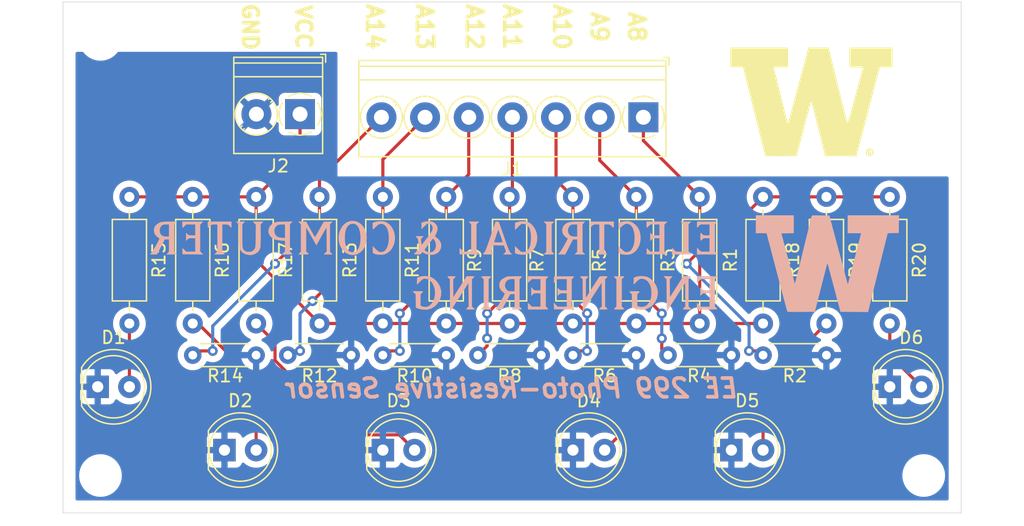
<source format=kicad_pcb>
(kicad_pcb (version 20211014) (generator pcbnew)
  (layers (0 "F.Cu" signal) (31 "B.Cu" signal) (34 "B.Paste" user) (35 "F.Paste" user) (36 "B.SilkS" user "B.Silkscreen") (37 "F.SilkS" user "F.Silkscreen") (38 "B.Mask" user) (39 "F.Mask" user) (44 "Edge.Cuts" user))
  (net 0 "")
  (net 1 "GND")
  (net 2 "Net-(D1-Pad2)")
  (net 3 "/A8")
  (net 4 "/A9")
  (net 5 "/A10")
  (net 6 "/A11")
  (net 7 "/A12")
  (net 8 "/A13")
  (net 9 "/A14")
  (net 10 "+5V")
  (net 11 "Net-(D2-Pad2)")
  (net 12 "Net-(D3-Pad2)")
  (net 13 "Net-(D4-Pad2)")
  (net 14 "Net-(D5-Pad2)")
  (net 15 "Net-(D6-Pad2)")
  (footprint "Resistor_THT:R_Axial_DIN0207_L6.3mm_D2.5mm_P10.16mm_Horizontal" (layer "F.Cu") (at 177.8 50.8 90)
    (fp_text reference "R7" (at 5.08 2.2 90) (layer "F.SilkS"))
    (fp_text value "10k")
    (pad "1" thru_hole circle (at 0 0 90) (size 1.6 1.6) (drill 0.8) (layers *.Cu *.Mask) (net 10 "+5V"))
    (pad "2" thru_hole oval (at 10.16 0 90) (size 1.6 1.6) (drill 0.8) (layers *.Cu *.Mask) (net 6 "/A11"))
  )
  (footprint "LED_THT:LED_D5.0mm" (layer "F.Cu") (at 167.64 60.96)
    (fp_text reference "D3" (at 1.27 -3.96) (layer "F.SilkS"))
    (fp_text value "LED")
    (pad "1" thru_hole rect (at 0 0) (size 1.8 1.8) (drill 0.9) (layers *.Cu *.Mask) (net 1 "GND"))
    (pad "2" thru_hole circle (at 2.54 0) (size 1.8 1.8) (drill 0.9) (layers *.Cu *.Mask) (net 12 "Net-(D3-Pad2)"))
  )
  (footprint "Resistor_THT:R_Axial_DIN0204_L3.6mm_D1.6mm_P5.08mm_Horizontal" (layer "F.Cu") (at 198.12 53.34)
    (fp_text reference "R2" (at 2.54 1.66) (layer "F.SilkS"))
    (fp_text value "R_PHOTO")
    (pad "1" thru_hole circle (at 0 0) (size 1.4 1.4) (drill 0.7) (layers *.Cu *.Mask) (net 3 "/A8"))
    (pad "2" thru_hole oval (at 5.08 0) (size 1.4 1.4) (drill 0.7) (layers *.Cu *.Mask) (net 1 "GND"))
  )
  (footprint "TerminalBlock_Phoenix:TerminalBlock_Phoenix_PT-1,5-2-3.5-H_1x02_P3.50mm_Horizontal" (layer "F.Cu") (at 161 34 180)
    (fp_text reference "J2" (at 1.75 -4.16) (layer "F.SilkS"))
    (fp_text value "Screw_Terminal_01x02")
    (pad "1" thru_hole rect (at 0 0 180) (size 2.4 2.4) (drill 1.2) (layers *.Cu *.Mask) (net 10 "+5V"))
    (pad "2" thru_hole circle (at 3.5 0 180) (size 2.4 2.4) (drill 1.2) (layers *.Cu *.Mask) (net 1 "GND"))
  )
  (footprint "Resistor_THT:R_Axial_DIN0204_L3.6mm_D1.6mm_P5.08mm_Horizontal" (layer "F.Cu") (at 160.02 53.34)
    (fp_text reference "R12" (at 2.54 1.66) (layer "F.SilkS"))
    (fp_text value "R_PHOTO")
    (pad "1" thru_hole circle (at 0 0) (size 1.4 1.4) (drill 0.7) (layers *.Cu *.Mask) (net 8 "/A13"))
    (pad "2" thru_hole oval (at 5.08 0) (size 1.4 1.4) (drill 0.7) (layers *.Cu *.Mask) (net 1 "GND"))
  )
  (footprint "Resistor_THT:R_Axial_DIN0207_L6.3mm_D2.5mm_P10.16mm_Horizontal" (layer "F.Cu") (at 193.04 50.8 90)
    (fp_text reference "R1" (at 5.08 2.46 90) (layer "F.SilkS"))
    (fp_text value "10k")
    (pad "1" thru_hole circle (at 0 0 90) (size 1.6 1.6) (drill 0.8) (layers *.Cu *.Mask) (net 10 "+5V"))
    (pad "2" thru_hole oval (at 10.16 0 90) (size 1.6 1.6) (drill 0.8) (layers *.Cu *.Mask) (net 3 "/A8"))
  )
  (footprint "Resistor_THT:R_Axial_DIN0207_L6.3mm_D2.5mm_P10.16mm_Horizontal" (layer "F.Cu") (at 203.2 40.64 -90)
    (fp_text reference "R19" (at 5.08 -2.37 90) (layer "F.SilkS"))
    (fp_text value "330")
    (pad "1" thru_hole circle (at 0 0 270) (size 1.6 1.6) (drill 0.8) (layers *.Cu *.Mask) (net 10 "+5V"))
    (pad "2" thru_hole oval (at 10.16 0 270) (size 1.6 1.6) (drill 0.8) (layers *.Cu *.Mask) (net 14 "Net-(D5-Pad2)"))
  )
  (footprint "LED_THT:LED_D5.0mm" (layer "F.Cu") (at 208.28 55.88)
    (fp_text reference "D6" (at 1.72 -3.96) (layer "F.SilkS"))
    (fp_text value "LED")
    (pad "1" thru_hole rect (at 0 0) (size 1.8 1.8) (drill 0.9) (layers *.Cu *.Mask) (net 1 "GND"))
    (pad "2" thru_hole circle (at 2.54 0) (size 1.8 1.8) (drill 0.9) (layers *.Cu *.Mask) (net 15 "Net-(D6-Pad2)"))
  )
  (footprint "Resistor_THT:R_Axial_DIN0207_L6.3mm_D2.5mm_P10.16mm_Horizontal" (layer "F.Cu") (at 182.88 50.8 90)
    (fp_text reference "R5" (at 5.08 2.12 90) (layer "F.SilkS"))
    (fp_text value "10k")
    (pad "1" thru_hole circle (at 0 0 90) (size 1.6 1.6) (drill 0.8) (layers *.Cu *.Mask) (net 10 "+5V"))
    (pad "2" thru_hole oval (at 10.16 0 90) (size 1.6 1.6) (drill 0.8) (layers *.Cu *.Mask) (net 5 "/A10"))
  )
  (footprint "Resistor_THT:R_Axial_DIN0207_L6.3mm_D2.5mm_P10.16mm_Horizontal" (layer "F.Cu") (at 152.4 40.64 -90)
    (fp_text reference "R16" (at 5.08 -2.37 90) (layer "F.SilkS"))
    (fp_text value "330")
    (pad "1" thru_hole circle (at 0 0 270) (size 1.6 1.6) (drill 0.8) (layers *.Cu *.Mask) (net 10 "+5V"))
    (pad "2" thru_hole oval (at 10.16 0 270) (size 1.6 1.6) (drill 0.8) (layers *.Cu *.Mask) (net 11 "Net-(D2-Pad2)"))
  )
  (footprint "LED_THT:LED_D5.0mm" (layer "F.Cu") (at 144.78 55.88)
    (fp_text reference "D1" (at 1.27 -3.96) (layer "F.SilkS"))
    (fp_text value "LED")
    (pad "1" thru_hole rect (at 0 0) (size 1.8 1.8) (drill 0.9) (layers *.Cu *.Mask) (net 1 "GND"))
    (pad "2" thru_hole circle (at 2.54 0) (size 1.8 1.8) (drill 0.9) (layers *.Cu *.Mask) (net 2 "Net-(D1-Pad2)"))
  )
  (footprint "Resistor_THT:R_Axial_DIN0207_L6.3mm_D2.5mm_P10.16mm_Horizontal" (layer "F.Cu") (at 157.48 40.64 -90)
    (fp_text reference "R17" (at 5.08 -2.37 90) (layer "F.SilkS"))
    (fp_text value "330")
    (pad "1" thru_hole circle (at 0 0 270) (size 1.6 1.6) (drill 0.8) (layers *.Cu *.Mask) (net 10 "+5V"))
    (pad "2" thru_hole oval (at 10.16 0 270) (size 1.6 1.6) (drill 0.8) (layers *.Cu *.Mask) (net 12 "Net-(D3-Pad2)"))
  )
  (footprint "TerminalBlock_Phoenix:TerminalBlock_Phoenix_PT-1,5-7-3.5-H_1x07_P3.50mm_Horizontal" (layer "F.Cu") (at 188.524374 34.252327 180)
    (fp_text reference "J1" (at 10.5 -4.16) (layer "F.SilkS"))
    (fp_text value "Screw_Terminal_01x07")
    (pad "1" thru_hole rect (at 0 0 180) (size 2.4 2.4) (drill 1.2) (layers *.Cu *.Mask) (net 3 "/A8"))
    (pad "2" thru_hole circle (at 3.5 0 180) (size 2.4 2.4) (drill 1.2) (layers *.Cu *.Mask) (net 4 "/A9"))
    (pad "3" thru_hole circle (at 7 0 180) (size 2.4 2.4) (drill 1.2) (layers *.Cu *.Mask) (net 5 "/A10"))
    (pad "4" thru_hole circle (at 10.5 0 180) (size 2.4 2.4) (drill 1.2) (layers *.Cu *.Mask) (net 6 "/A11"))
    (pad "5" thru_hole circle (at 14 0 180) (size 2.4 2.4) (drill 1.2) (layers *.Cu *.Mask) (net 7 "/A12"))
    (pad "6" thru_hole circle (at 17.5 0 180) (size 2.4 2.4) (drill 1.2) (layers *.Cu *.Mask) (net 8 "/A13"))
    (pad "7" thru_hole circle (at 21 0 180) (size 2.4 2.4) (drill 1.2) (layers *.Cu *.Mask) (net 9 "/A14"))
  )
  (footprint "Resistor_THT:R_Axial_DIN0207_L6.3mm_D2.5mm_P10.16mm_Horizontal" (layer "F.Cu") (at 167.64 50.8 90)
    (fp_text reference "R11" (at 5.08 2.36 90) (layer "F.SilkS"))
    (fp_text value "10k")
    (pad "1" thru_hole circle (at 0 0 90) (size 1.6 1.6) (drill 0.8) (layers *.Cu *.Mask) (net 10 "+5V"))
    (pad "2" thru_hole oval (at 10.16 0 90) (size 1.6 1.6) (drill 0.8) (layers *.Cu *.Mask) (net 8 "/A13"))
  )
  (footprint "LED_THT:LED_D5.0mm" (layer "F.Cu") (at 182.88 60.96)
    (fp_text reference "D4" (at 1.27 -3.96) (layer "F.SilkS"))
    (fp_text value "LED")
    (pad "1" thru_hole rect (at 0 0) (size 1.8 1.8) (drill 0.9) (layers *.Cu *.Mask) (net 1 "GND"))
    (pad "2" thru_hole circle (at 2.54 0) (size 1.8 1.8) (drill 0.9) (layers *.Cu *.Mask) (net 13 "Net-(D4-Pad2)"))
  )
  (footprint "LED_THT:LED_D5.0mm" (layer "F.Cu") (at 195.58 60.96)
    (fp_text reference "D5" (at 1.27 -3.96) (layer "F.SilkS"))
    (fp_text value "LED")
    (pad "1" thru_hole rect (at 0 0) (size 1.8 1.8) (drill 0.9) (layers *.Cu *.Mask) (net 1 "GND"))
    (pad "2" thru_hole circle (at 2.54 0) (size 1.8 1.8) (drill 0.9) (layers *.Cu *.Mask) (net 14 "Net-(D5-Pad2)"))
  )
  (footprint "MountingHole:MountingHole_2.1mm" (layer "F.Cu") (at 211 63)
    (fp_text reference "REF**" hide)
    (fp_text value "MountingHole_2.1mm")
    (pad "" np_thru_hole circle locked (at 0 0) (size 2.4 2.4) (drill 2.4) (layers F&B.Cu *.Mask))
  )
  (footprint "Resistor_THT:R_Axial_DIN0204_L3.6mm_D1.6mm_P5.08mm_Horizontal" (layer "F.Cu") (at 152.4 53.34)
    (fp_text reference "R14" (at 2.6 1.66) (layer "F.SilkS"))
    (fp_text value "R_PHOTO")
    (pad "1" thru_hole circle (at 0 0) (size 1.4 1.4) (drill 0.7) (layers *.Cu *.Mask) (net 9 "/A14"))
    (pad "2" thru_hole oval (at 5.08 0) (size 1.4 1.4) (drill 0.7) (layers *.Cu *.Mask) (net 1 "GND"))
  )
  (footprint "MountingHole:MountingHole_2.1mm" (layer "F.Cu") (at 145 28)
    (fp_text reference "REF**" hide)
    (fp_text value "MountingHole_2.1mm")
    (pad "" np_thru_hole circle locked (at 0 0) (size 2.4 2.4) (drill 2.4) (layers F&B.Cu *.Mask))
  )
  (footprint "Resistor_THT:R_Axial_DIN0207_L6.3mm_D2.5mm_P10.16mm_Horizontal" (layer "F.Cu") (at 198.12 40.64 -90)
    (fp_text reference "R18" (at 5.08 -2.37 90) (layer "F.SilkS"))
    (fp_text value "330")
    (pad "1" thru_hole circle (at 0 0 270) (size 1.6 1.6) (drill 0.8) (layers *.Cu *.Mask) (net 10 "+5V"))
    (pad "2" thru_hole oval (at 10.16 0 270) (size 1.6 1.6) (drill 0.8) (layers *.Cu *.Mask) (net 13 "Net-(D4-Pad2)"))
  )
  (footprint "Resistor_THT:R_Axial_DIN0204_L3.6mm_D1.6mm_P5.08mm_Horizontal" (layer "F.Cu") (at 175.26 53.34)
    (fp_text reference "R8" (at 2.54 1.66) (layer "F.SilkS"))
    (fp_text value "R_PHOTO")
    (pad "1" thru_hole circle (at 0 0) (size 1.4 1.4) (drill 0.7) (layers *.Cu *.Mask) (net 6 "/A11"))
    (pad "2" thru_hole oval (at 5.08 0) (size 1.4 1.4) (drill 0.7) (layers *.Cu *.Mask) (net 1 "GND"))
  )
  (footprint "Resistor_THT:R_Axial_DIN0204_L3.6mm_D1.6mm_P5.08mm_Horizontal" (layer "F.Cu") (at 182.88 53.34)
    (fp_text reference "R6" (at 2.54 1.66) (layer "F.SilkS"))
    (fp_text value "R_PHOTO")
    (pad "1" thru_hole circle (at 0 0) (size 1.4 1.4) (drill 0.7) (layers *.Cu *.Mask) (net 5 "/A10"))
    (pad "2" thru_hole oval (at 5.08 0) (size 1.4 1.4) (drill 0.7) (layers *.Cu *.Mask) (net 1 "GND"))
  )
  (footprint "Resistor_THT:R_Axial_DIN0207_L6.3mm_D2.5mm_P10.16mm_Horizontal" (layer "F.Cu") (at 172.72 50.8 90)
    (fp_text reference "R9" (at 5.08 2.28 90) (layer "F.SilkS"))
    (fp_text value "10k")
    (pad "1" thru_hole circle (at 0 0 90) (size 1.6 1.6) (drill 0.8) (layers *.Cu *.Mask) (net 10 "+5V"))
    (pad "2" thru_hole oval (at 10.16 0 90) (size 1.6 1.6) (drill 0.8) (layers *.Cu *.Mask) (net 7 "/A12"))
  )
  (footprint "Resistor_THT:R_Axial_DIN0207_L6.3mm_D2.5mm_P10.16mm_Horizontal" (layer "F.Cu") (at 208.28 40.64 -90)
    (fp_text reference "R20" (at 5.08 -2.37 90) (layer "F.SilkS"))
    (fp_text value "330")
    (pad "1" thru_hole circle (at 0 0 270) (size 1.6 1.6) (drill 0.8) (layers *.Cu *.Mask) (net 10 "+5V"))
    (pad "2" thru_hole oval (at 10.16 0 270) (size 1.6 1.6) (drill 0.8) (layers *.Cu *.Mask) (net 15 "Net-(D6-Pad2)"))
  )
  (footprint "MountingHole:MountingHole_2.1mm" (layer "F.Cu") (at 145 63)
    (fp_text reference "REF**" hide)
    (fp_text value "MountingHole_2.1mm")
    (pad "" np_thru_hole circle locked (at 0 0) (size 2.4 2.4) (drill 2.4) (layers F&B.Cu *.Mask))
  )
  (footprint "Resistor_THT:R_Axial_DIN0204_L3.6mm_D1.6mm_P5.08mm_Horizontal" (layer "F.Cu") (at 167.64 53.34)
    (fp_text reference "R10" (at 2.54 1.66) (layer "F.SilkS"))
    (fp_text value "R_PHOTO")
    (pad "1" thru_hole circle (at 0 0) (size 1.4 1.4) (drill 0.7) (layers *.Cu *.Mask) (net 7 "/A12"))
    (pad "2" thru_hole oval (at 5.08 0) (size 1.4 1.4) (drill 0.7) (layers *.Cu *.Mask) (net 1 "GND"))
  )
  (footprint "MountingHole:MountingHole_2.1mm" (layer "F.Cu") (at 211 28)
    (fp_text reference "REF**" hide)
    (fp_text value "MountingHole_2.1mm")
    (pad "" np_thru_hole circle locked (at 0 0) (size 2.4 2.4) (drill 2.4) (layers F&B.Cu *.Mask))
  )
  (footprint "LED_THT:LED_D5.0mm" (layer "F.Cu") (at 154.94 60.96)
    (fp_text reference "D2" (at 1.27 -3.96) (layer "F.SilkS"))
    (fp_text value "LED")
    (pad "1" thru_hole rect (at 0 0) (size 1.8 1.8) (drill 0.9) (layers *.Cu *.Mask) (net 1 "GND"))
    (pad "2" thru_hole circle (at 2.54 0) (size 1.8 1.8) (drill 0.9) (layers *.Cu *.Mask) (net 11 "Net-(D2-Pad2)"))
  )
  (footprint "Resistor_THT:R_Axial_DIN0207_L6.3mm_D2.5mm_P10.16mm_Horizontal" (layer "F.Cu") (at 187.96 50.8 90)
    (fp_text reference "R3" (at 5.08 2.54 90) (layer "F.SilkS"))
    (fp_text value "10k")
    (pad "1" thru_hole circle (at 0 0 90) (size 1.6 1.6) (drill 0.8) (layers *.Cu *.Mask) (net 10 "+5V"))
    (pad "2" thru_hole oval (at 10.16 0 90) (size 1.6 1.6) (drill 0.8) (layers *.Cu *.Mask) (net 4 "/A9"))
  )
  (footprint "Resistor_THT:R_Axial_DIN0207_L6.3mm_D2.5mm_P10.16mm_Horizontal" (layer "F.Cu") (at 147.32 40.64 -90)
    (fp_text reference "R15" (at 5.08 -2.37 90) (layer "F.SilkS"))
    (fp_text value "330")
    (pad "1" thru_hole circle (at 0 0 270) (size 1.6 1.6) (drill 0.8) (layers *.Cu *.Mask) (net 10 "+5V"))
    (pad "2" thru_hole oval (at 10.16 0 270) (size 1.6 1.6) (drill 0.8) (layers *.Cu *.Mask) (net 2 "Net-(D1-Pad2)"))
  )
  (footprint "Resistor_THT:R_Axial_DIN0207_L6.3mm_D2.5mm_P10.16mm_Horizontal" (layer "F.Cu") (at 162.56 50.8 90)
    (fp_text reference "R13" (at 5.08 2.44 90) (layer "F.SilkS"))
    (fp_text value "10k")
    (pad "1" thru_hole circle (at 0 0 90) (size 1.6 1.6) (drill 0.8) (layers *.Cu *.Mask) (net 10 "+5V"))
    (pad "2" thru_hole oval (at 10.16 0 90) (size 1.6 1.6) (drill 0.8) (layers *.Cu *.Mask) (net 9 "/A14"))
  )
  (footprint ".pretty:W_logo_black" (layer "F.Cu") (at 202 33)
    (fp_text reference "G***" hide)
    (fp_text value "LOGO" hide)
  )
  (footprint "Resistor_THT:R_Axial_DIN0204_L3.6mm_D1.6mm_P5.08mm_Horizontal" (layer "F.Cu") (at 190.5 53.34)
    (fp_text reference "R4" (at 2.5 1.66) (layer "F.SilkS"))
    (fp_text value "R_PHOTO")
    (pad "1" thru_hole circle (at 0 0) (size 1.4 1.4) (drill 0.7) (layers *.Cu *.Mask) (net 4 "/A9"))
    (pad "2" thru_hole oval (at 5.08 0) (size 1.4 1.4) (drill 0.7) (layers *.Cu *.Mask) (net 1 "GND"))
  )
  (footprint ".pretty:uwece_withoutuw" (layer "B.Cu") (at 179 46 180)
    (fp_text reference "G***" hide)
    (fp_text value "LOGO" hide)
  )
  (gr_line (start 142 66) (end 214 66) (layer "Edge.Cuts") (width 0.05))
  (gr_line (start 142 25) (end 142 66) (layer "Edge.Cuts") (width 0.05))
  (gr_line (start 214 66) (end 214 25) (layer "Edge.Cuts") (width 0.05))
  (gr_line (start 214 25) (end 142 25) (layer "Edge.Cuts") (width 0.05))
  (gr_text "EE 299 Photo-Resistive Sensor" (at 178 56) (layer "B.SilkS") (effects (font (size 1.5 1.5) (thickness 0.3) italic) (justify mirror)))
  (gr_text "VCC" (at 161.29 27 270) (layer "F.SilkS") (effects (font (size 1.2 1.2) (thickness 0.3))))
  (gr_text "GND" (at 157 27 270) (layer "F.SilkS") (effects (font (size 1.2 1.2) (thickness 0.3))))
  (gr_text "A9" (at 185 27 270) (layer "F.SilkS") (effects (font (size 1.3 1.3) (thickness 0.3))))
  (gr_text "A13" (at 171 27 270) (layer "F.SilkS") (effects (font (size 1.3 1.3) (thickness 0.3))))
  (gr_text "A10" (at 182 27 270) (layer "F.SilkS") (effects (font (size 1.3 1.3) (thickness 0.3))))
  (gr_text "A12" (at 175 27 270) (layer "F.SilkS") (effects (font (size 1.3 1.3) (thickness 0.3))))
  (gr_text "A11" (at 178 27 270) (layer "F.SilkS") (effects (font (size 1.3 1.3) (thickness 0.3))))
  (gr_text "A14" (at 167 27 270) (layer "F.SilkS") (effects (font (size 1.3 1.3) (thickness 0.3))))
  (gr_text "A8\n" (at 188 27 270) (layer "F.SilkS") (effects (font (size 1.3 1.3) (thickness 0.3))))
  (segment (start 147.32 50.8) (end 147.32 55.88) (width 0.25) (layer "F.Cu") (net 2))
  (segment (start 197 53) (end 197.78 53) (width 0.25) (layer "F.Cu") (net 3))
  (segment (start 193.04 40.64) (end 193.04 44.96) (width 0.25) (layer "F.Cu") (net 3))
  (segment (start 197.78 53) (end 198.12 53.34) (width 0.25) (layer "F.Cu") (net 3))
  (segment (start 188.524374 34.252327) (end 188.524374 36.124374) (width 0.25) (layer "F.Cu") (net 3))
  (segment (start 188.524374 36.124374) (end 193.04 40.64) (width 0.25) (layer "F.Cu") (net 3))
  (segment (start 193.04 44.96) (end 192 46) (width 0.25) (layer "F.Cu") (net 3))
  (via (at 192 46) (size 0.8) (drill 0.4) (layers "F.Cu" "B.Cu") (net 3))
  (via (at 197 53) (size 0.8) (drill 0.4) (layers "F.Cu" "B.Cu") (net 3))
  (segment (start 197 51) (end 197 53) (width 0.25) (layer "B.Cu") (net 3))
  (segment (start 192 46) (end 197 51) (width 0.25) (layer "B.Cu") (net 3))
  (segment (start 185.024374 37.704374) (end 187.96 40.64) (width 0.25) (layer "F.Cu") (net 4))
  (segment (start 187.96 47.96) (end 190 50) (width 0.25) (layer "F.Cu") (net 4))
  (segment (start 190 52) (end 190 52.84) (width 0.25) (layer "F.Cu") (net 4))
  (segment (start 185.024374 34.252327) (end 185.024374 37.704374) (width 0.25) (layer "F.Cu") (net 4))
  (segment (start 187.96 40.64) (end 187.96 47.96) (width 0.25) (layer "F.Cu") (net 4))
  (segment (start 190 52.84) (end 190.5 53.34) (width 0.25) (layer "F.Cu") (net 4))
  (via (at 190 52) (size 0.8) (drill 0.4) (layers "F.Cu" "B.Cu") (net 4))
  (via (at 190 50) (size 0.8) (drill 0.4) (layers "F.Cu" "B.Cu") (net 4))
  (segment (start 190 50) (end 190 52) (width 0.25) (layer "B.Cu") (net 4))
  (segment (start 182.88 48.847734) (end 184.018822 49.986556) (width 0.25) (layer "F.Cu") (net 5))
  (segment (start 181.524374 34.252327) (end 181.524374 39.284374) (width 0.25) (layer "F.Cu") (net 5))
  (segment (start 181.524374 39.284374) (end 182.88 40.64) (width 0.25) (layer "F.Cu") (net 5))
  (segment (start 182.88 40.64) (end 182.88 48.847734) (width 0.25) (layer "F.Cu") (net 5))
  (segment (start 184 53) (end 183.22 53) (width 0.25) (layer "F.Cu") (net 5))
  (segment (start 183.22 53) (end 182.88 53.34) (width 0.25) (layer "F.Cu") (net 5))
  (via (at 184 53) (size 0.8) (drill 0.4) (layers "F.Cu" "B.Cu") (net 5))
  (via (at 184.018822 49.986556) (size 0.8) (drill 0.4) (layers "F.Cu" "B.Cu") (net 5))
  (segment (start 184.018822 52.981178) (end 184 53) (width 0.25) (layer "B.Cu") (net 5))
  (segment (start 184.018822 49.986556) (end 184.018822 52.981178) (width 0.25) (layer "B.Cu") (net 5))
  (segment (start 176 52) (end 176 52.6) (width 0.25) (layer "F.Cu") (net 6))
  (segment (start 178.024374 34.252327) (end 178.024374 40.415626) (width 0.25) (layer "F.Cu") (net 6))
  (segment (start 176 52.6) (end 175.26 53.34) (width 0.25) (layer "F.Cu") (net 6))
  (segment (start 177.8 40.64) (end 177.8 48.2) (width 0.25) (layer "F.Cu") (net 6))
  (segment (start 178.024374 40.415626) (end 177.8 40.64) (width 0.25) (layer "F.Cu") (net 6))
  (segment (start 177.8 48.2) (end 176 50) (width 0.25) (layer "F.Cu") (net 6))
  (via (at 176 52) (size 0.8) (drill 0.4) (layers "F.Cu" "B.Cu") (net 6))
  (via (at 176 50) (size 0.8) (drill 0.4) (layers "F.Cu" "B.Cu") (net 6))
  (segment (start 176 50) (end 176 52) (width 0.25) (layer "B.Cu") (net 6))
  (segment (start 174.524374 34.252327) (end 174.524374 38.835626) (width 0.25) (layer "F.Cu") (net 7))
  (segment (start 169 53) (end 167.98 53) (width 0.25) (layer "F.Cu") (net 7))
  (segment (start 172.72 40.64) (end 172.72 46.28) (width 0.25) (layer "F.Cu") (net 7))
  (segment (start 174.524374 38.835626) (end 172.72 40.64) (width 0.25) (layer "F.Cu") (net 7))
  (segment (start 167.98 53) (end 167.64 53.34) (width 0.25) (layer "F.Cu") (net 7))
  (segment (start 172.72 46.28) (end 169 50) (width 0.25) (layer "F.Cu") (net 7))
  (via (at 169 50) (size 0.8) (drill 0.4) (layers "F.Cu" "B.Cu") (net 7))
  (via (at 169 53) (size 0.8) (drill 0.4) (layers "F.Cu" "B.Cu") (net 7))
  (segment (start 169 50) (end 169 53) (width 0.25) (layer "B.Cu") (net 7))
  (segment (start 167.64 43.36) (end 162 49) (width 0.25) (layer "F.Cu") (net 8))
  (segment (start 167.64 40.64) (end 167.64 43.36) (width 0.25) (layer "F.Cu") (net 8))
  (segment (start 167.64 37.636701) (end 167.64 40.64) (width 0.25) (layer "F.Cu") (net 8))
  (segment (start 160.36 53) (end 160.02 53.34) (width 0.25) (layer "F.Cu") (net 8))
  (segment (start 171.024374 34.252327) (end 167.64 37.636701) (width 0.25) (layer "F.Cu") (net 8))
  (segment (start 161 53) (end 160.36 53) (width 0.25) (layer "F.Cu") (net 8))
  (via (at 162 49) (size 0.8) (drill 0.4) (layers "F.Cu" "B.Cu") (net 8))
  (via (at 161 53) (size 0.8) (drill 0.4) (layers "F.Cu" "B.Cu") (net 8))
  (segment (start 162 49) (end 161 50) (width 0.25) (layer "B.Cu") (net 8))
  (segment (start 161 50) (end 161 53) (width 0.25) (layer "B.Cu") (net 8))
  (segment (start 167.524374 34.252327) (end 162.56 39.216701) (width 0.25) (layer "F.Cu") (net 9))
  (segment (start 162.56 42.44) (end 159 46) (width 0.25) (layer "F.Cu") (net 9))
  (segment (start 154 53) (end 152.74 53) (width 0.25) (layer "F.Cu") (net 9))
  (segment (start 162.56 40.64) (end 162.56 42.44) (width 0.25) (layer "F.Cu") (net 9))
  (segment (start 152.74 53) (end 152.4 53.34) (width 0.25) (layer "F.Cu") (net 9))
  (segment (start 162.56 39.216701) (end 162.56 40.64) (width 0.25) (layer "F.Cu") (net 9))
  (via (at 159 46) (size 0.8) (drill 0.4) (layers "F.Cu" "B.Cu") (net 9))
  (via (at 154 53) (size 0.8) (drill 0.4) (layers "F.Cu" "B.Cu") (net 9))
  (segment (start 154 51) (end 154 53) (width 0.25) (layer "B.Cu") (net 9))
  (segment (start 159 46) (end 154 51) (width 0.25) (layer "B.Cu") (net 9))
  (segment (start 187.96 50.8) (end 193.04 50.8) (width 0.25) (layer "F.Cu") (net 10))
  (segment (start 161 34) (end 161 37.12) (width 0.25) (layer "F.Cu") (net 10))
  (segment (start 198.12 40.64) (end 203.2 40.64) (width 0.25) (layer "F.Cu") (net 10))
  (segment (start 193.04 50.8) (end 193.04 45.72) (width 0.25) (layer "F.Cu") (net 10))
  (segment (start 193.04 45.72) (end 198.12 40.64) (width 0.25) (layer "F.Cu") (net 10))
  (segment (start 162.56 50.8) (end 167.64 50.8) (width 0.25) (layer "F.Cu") (net 10))
  (segment (start 203.2 40.64) (end 208.28 40.64) (width 0.25) (layer "F.Cu") (net 10))
  (segment (start 172.72 50.8) (end 177.8 50.8) (width 0.25) (layer "F.Cu") (net 10))
  (segment (start 161 37.12) (end 157.48 40.64) (width 0.25) (layer "F.Cu") (net 10))
  (segment (start 182.88 50.8) (end 187.96 50.8) (width 0.25) (layer "F.Cu") (net 10))
  (segment (start 167.64 50.8) (end 172.72 50.8) (width 0.25) (layer "F.Cu") (net 10))
  (segment (start 147.32 40.64) (end 152.4 40.64) (width 0.25) (layer "F.Cu") (net 10))
  (segment (start 157.48 45.72) (end 162.56 50.8) (width 0.25) (layer "F.Cu") (net 10))
  (segment (start 157.48 40.64) (end 157.48 45.72) (width 0.25) (layer "F.Cu") (net 10))
  (segment (start 152.4 40.64) (end 157.48 40.64) (width 0.25) (layer "F.Cu") (net 10))
  (segment (start 177.8 50.8) (end 182.88 50.8) (width 0.25) (layer "F.Cu") (net 10))
  (segment (start 152.4 50.8) (end 152.824614 50.8) (width 0.25) (layer "F.Cu") (net 11))
  (segment (start 152.824614 50.8) (end 157.48 55.455386) (width 0.25) (layer "F.Cu") (net 11))
  (segment (start 157.48 55.455386) (end 157.48 60.96) (width 0.25) (layer "F.Cu") (net 11))
  (segment (start 158.995489 52.315489) (end 158.995489 53.764367) (width 0.25) (layer "F.Cu") (net 12))
  (segment (start 164.966611 59.735489) (end 168.955489 59.735489) (width 0.25) (layer "F.Cu") (net 12))
  (segment (start 158.995489 53.764367) (end 164.966611 59.735489) (width 0.25) (layer "F.Cu") (net 12))
  (segment (start 168.955489 59.735489) (end 170.18 60.96) (width 0.25) (layer "F.Cu") (net 12))
  (segment (start 157.48 50.8) (end 158.995489 52.315489) (width 0.25) (layer "F.Cu") (net 12))
  (segment (start 198.12 50.8) (end 195.58 50.8) (width 0.25) (layer "F.Cu") (net 13))
  (segment (start 195.58 50.8) (end 185.42 60.96) (width 0.25) (layer "F.Cu") (net 13))
  (segment (start 203.2 50.8) (end 198.12 55.88) (width 0.25) (layer "F.Cu") (net 14))
  (segment (start 198.12 55.88) (end 198.12 60.96) (width 0.25) (layer "F.Cu") (net 14))
  (segment (start 208.28 53.34) (end 210.82 55.88) (width 0.25) (layer "F.Cu") (net 15))
  (segment (start 208.28 50.8) (end 208.28 53.34) (width 0.25) (layer "F.Cu") (net 15))
  (zone (net 1) (net_name "GND") (layer "B.Cu") (connect_pads (clearance 0.508)) (min_thickness 0.254) (fill yes (thermal_gap 0.508) (thermal_bridge_width 0.508))
    (polygon (pts (xy 164 39) (xy 213 39) (xy 213 65) (xy 143 65) (xy 143 29) (xy 164 29)))
  )
)
</source>
